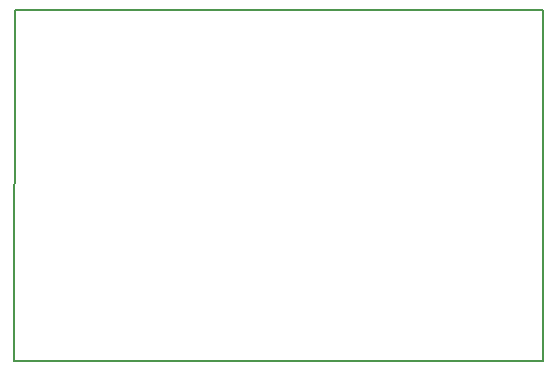
<source format=gbr>
G04 #@! TF.GenerationSoftware,KiCad,Pcbnew,(5.1.10)-1*
G04 #@! TF.CreationDate,2022-01-29T18:34:54-03:00*
G04 #@! TF.ProjectId,vco,76636f2e-6b69-4636-9164-5f7063625858,rev?*
G04 #@! TF.SameCoordinates,Original*
G04 #@! TF.FileFunction,Profile,NP*
%FSLAX46Y46*%
G04 Gerber Fmt 4.6, Leading zero omitted, Abs format (unit mm)*
G04 Created by KiCad (PCBNEW (5.1.10)-1) date 2022-01-29 18:34:54*
%MOMM*%
%LPD*%
G01*
G04 APERTURE LIST*
G04 #@! TA.AperFunction,Profile*
%ADD10C,0.150000*%
G04 #@! TD*
G04 APERTURE END LIST*
D10*
X132671820Y-113842800D02*
X177477420Y-113832640D01*
X132712460Y-84132420D02*
X132671820Y-113842800D01*
X177482500Y-84096860D02*
X132712460Y-84132420D01*
X177477420Y-113832640D02*
X177482500Y-84096860D01*
M02*

</source>
